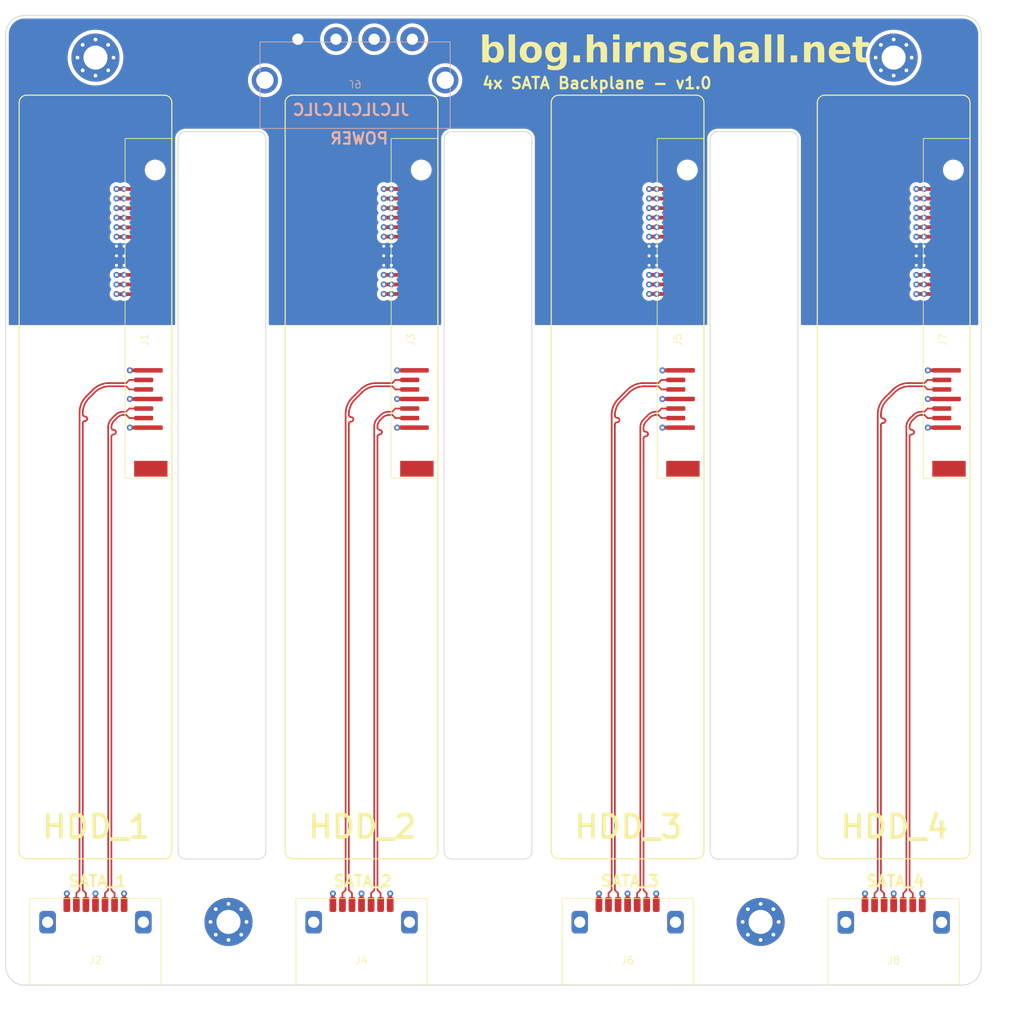
<source format=kicad_pcb>
(kicad_pcb (version 20221018) (generator pcbnew)
  (layers (0 "F.Cu" signal) (1 "In1.Cu" signal) (2 "In2.Cu" signal) (31 "B.Cu" signal) (34 "B.Paste" user) (35 "F.Paste" user) (36 "B.SilkS" user "B.Silkscreen") (37 "F.SilkS" user "F.Silkscreen") (38 "B.Mask" user) (39 "F.Mask" user) (44 "Edge.Cuts" user))
  (net 0 "")
  (net 1 "GND")
  (net 2 "5V")
  (net 3 "12V")
  (net 4 "/2A+")
  (net 5 "/2A-")
  (net 6 "/2B-")
  (net 7 "/2B+")
  (net 8 "/A+")
  (net 9 "/A-")
  (net 10 "/B-")
  (net 11 "/B+")
  (net 12 "/3A+")
  (net 13 "/3A-")
  (net 14 "/3B-")
  (net 15 "/3B+")
  (net 16 "/4A+")
  (net 17 "/4A-")
  (net 18 "/4B-")
  (net 19 "/4B+")
  (net 22 "unconnected-(J1-P3-Pad10)")
  (net 32 "/GND1")
  (net 33 "/GND2")
  (net 34 "/GND3")
  (net 35 "/GND4")
  (footprint "shirnschall:SATA BACKPLANE RECPT VERTICAL SMT" (layer "F.Cu") (at 150.583 61.122 90)
    (fp_text reference "J7")
    (fp_text value "~" hide)
  )
  (footprint "shirnschall:sata-data-connector" (layer "F.Cu") (at 108.138 144.038 180)
    (fp_text reference "J6")
    (fp_text value "~" hide)
  )
  (footprint "shirnschall:SATA BACKPLANE RECPT VERTICAL SMT" (layer "F.Cu") (at 44.383 61.122 90)
    (fp_text reference "J1")
    (fp_text value "~" hide)
  )
  (footprint "shirnschall:sata-data-connector" (layer "F.Cu") (at 72.738 144.038 180)
    (fp_text reference "J4")
    (fp_text value "~" hide)
  )
  (footprint "shirnschall:SATA BACKPLANE RECPT VERTICAL SMT" (layer "F.Cu") (at 115.183 61.122 90)
    (fp_text reference "J5")
    (fp_text value "~" hide)
  )
  (footprint "MountingHole:MountingHole_3.2mm_M3_Pad_Via" (layer "F.Cu") (at 143.538 29)
    (fp_text reference "REF**" hide)
    (fp_text value "MountingHole_3.2mm_M3_Pad_Via" hide)
  )
  (footprint "shirnschall:sata-data-connector" (layer "F.Cu") (at 143.538 144.058 180)
    (fp_text reference "J8")
    (fp_text value "~" hide)
  )
  (footprint "MountingHole:MountingHole_3.2mm_M3_Pad_Via" (layer "F.Cu") (at 125.838 144)
    (fp_text reference "REF**" hide)
    (fp_text value "MountingHole_3.2mm_M3_Pad_Via" hide)
  )
  (footprint "shirnschall:sata-data-connector" (layer "F.Cu") (at 37.338 144.038 180)
    (fp_text reference "J2")
    (fp_text value "~" hide)
  )
  (footprint "shirnschall:SATA BACKPLANE RECPT VERTICAL SMT" (layer "F.Cu") (at 79.783 61.122 90)
    (fp_text reference "J3")
    (fp_text value "~" hide)
  )
  (footprint "MountingHole:MountingHole_3.2mm_M3_Pad_Via" (layer "F.Cu") (at 55.038 144)
    (fp_text reference "REF**" hide)
    (fp_text value "MountingHole_3.2mm_M3_Pad_Via" hide)
  )
  (footprint "MountingHole:MountingHole_3.2mm_M3_Pad_Via" (layer "F.Cu") (at 37.338 29)
    (fp_text reference "REF**" hide)
    (fp_text value "MountingHole_3.2mm_M3_Pad_Via" hide)
  )
  (footprint "shirnschall:4-pin-molex-hdd" (layer "B.Cu") (at 71.882 32.004)
    (fp_text reference "J9")
    (fp_text value "~")
  )
  (gr_line (start 47.498 35) (end 47.498 134.6) (stroke (width 0.15)) (layer "F.SilkS"))
  (gr_arc (start 98.978 135.6) (mid 98.270893 135.307107) (end 97.978 134.6) (stroke (width 0.15)) (layer "F.SilkS"))
  (gr_line (start 46.498 135.6) (end 28.178 135.6) (stroke (width 0.15)) (layer "F.SilkS"))
  (gr_arc (start 63.578 135.6) (mid 62.870893 135.307107) (end 62.578 134.6) (stroke (width 0.15)) (layer "F.SilkS"))
  (gr_line (start 152.698 135.6) (end 134.378 135.6) (stroke (width 0.15)) (layer "F.SilkS"))
  (gr_line (start 63.578 34) (end 81.898 34) (stroke (width 0.15)) (layer "F.SilkS"))
  (gr_line (start 82.898 35) (end 82.898 134.6) (stroke (width 0.15)) (layer "F.SilkS"))
  (gr_line (start 81.898 135.6) (end 63.578 135.6) (stroke (width 0.15)) (layer "F.SilkS"))
  (gr_arc (start 117.298 34) (mid 118.005107 34.292893) (end 118.298 35) (stroke (width 0.15)) (layer "F.SilkS"))
  (gr_arc (start 81.898 34) (mid 82.605107 34.292893) (end 82.898 35) (stroke (width 0.15)) (layer "F.SilkS"))
  (gr_line (start 97.978 134.6) (end 97.978 35) (stroke (width 0.15)) (layer "F.SilkS"))
  (gr_line (start 28.178 34) (end 46.498 34) (stroke (width 0.15)) (layer "F.SilkS"))
  (gr_line (start 134.378 34) (end 152.698 34) (stroke (width 0.15)) (layer "F.SilkS"))
  (gr_arc (start 62.578 35) (mid 62.870893 34.292893) (end 63.578 34) (stroke (width 0.15)) (layer "F.SilkS"))
  (gr_arc (start 153.698 134.6) (mid 153.405107 135.307107) (end 152.698 135.6) (stroke (width 0.15)) (layer "F.SilkS"))
  (gr_arc (start 134.378 135.6) (mid 133.670893 135.307107) (end 133.378 134.6) (stroke (width 0.15)) (layer "F.SilkS"))
  (gr_arc (start 152.698 34) (mid 153.405107 34.292893) (end 153.698 35) (stroke (width 0.15)) (layer "F.SilkS"))
  (gr_line (start 118.298 35) (end 118.298 134.6) (stroke (width 0.15)) (layer "F.SilkS"))
  (gr_arc (start 47.498 134.6) (mid 47.205107 135.307107) (end 46.498 135.6) (stroke (width 0.15)) (layer "F.SilkS"))
  (gr_line (start 27.178 134.6) (end 27.178 35) (stroke (width 0.15)) (layer "F.SilkS"))
  (gr_arc (start 28.178 135.6) (mid 27.470893 135.307107) (end 27.178 134.6) (stroke (width 0.15)) (layer "F.SilkS"))
  (gr_arc (start 46.498 34) (mid 47.205107 34.292893) (end 47.498 35) (stroke (width 0.15)) (layer "F.SilkS"))
  (gr_line (start 62.578 134.6) (end 62.578 35) (stroke (width 0.15)) (layer "F.SilkS"))
  (gr_line (start 153.698 35) (end 153.698 134.6) (stroke (width 0.15)) (layer "F.SilkS"))
  (gr_line (start 133.378 134.6) (end 133.378 35) (stroke (width 0.15)) (layer "F.SilkS"))
  (gr_arc (start 97.978 35) (mid 98.270893 34.292893) (end 98.978 34) (stroke (width 0.15)) (layer "F.SilkS"))
  (gr_arc (start 27.178 35) (mid 27.470893 34.292893) (end 28.178 34) (stroke (width 0.15)) (layer "F.SilkS"))
  (gr_arc (start 133.378 35) (mid 133.670893 34.292893) (end 134.378 34) (stroke (width 0.15)) (layer "F.SilkS"))
  (gr_arc (start 82.898 134.6) (mid 82.605107 135.307107) (end 81.898 135.6) (stroke (width 0.15)) (layer "F.SilkS"))
  (gr_line (start 117.298 135.6) (end 98.978 135.6) (stroke (width 0.15)) (layer "F.SilkS"))
  (gr_arc (start 118.298 134.6) (mid 118.005107 135.307107) (end 117.298 135.6) (stroke (width 0.15)) (layer "F.SilkS"))
  (gr_line (start 98.978 34) (end 117.298 34) (stroke (width 0.15)) (layer "F.SilkS"))
  (gr_arc (start 94.4 38.862) (mid 95.107107 39.154893) (end 95.4 39.862) (stroke (width 0.1)) (layer "Edge.Cuts"))
  (gr_line (start 48.334 134.636) (end 48.334 39.862) (stroke (width 0.1)) (layer "Edge.Cuts"))
  (gr_line (start 95.4 39.862) (end 95.4 134.636) (stroke (width 0.1)) (layer "Edge.Cuts"))
  (gr_line (start 60 39.862) (end 60 134.636) (stroke (width 0.1)) (layer "Edge.Cuts"))
  (gr_arc (start 25.4 25.9) (mid 26.132233 24.132234) (end 27.9 23.4) (stroke (width 0.1)) (layer "Edge.Cuts"))
  (gr_arc (start 48.334 39.862) (mid 48.626893 39.154894) (end 49.334 38.862) (stroke (width 0.1)) (layer "Edge.Cuts"))
  (gr_line (start 83.734 134.636) (end 83.734 39.862) (stroke (width 0.1)) (layer "Edge.Cuts"))
  (gr_arc (start 59 38.862) (mid 59.707107 39.154893) (end 60 39.862) (stroke (width 0.1)) (layer "Edge.Cuts"))
  (gr_arc (start 60 134.636) (mid 59.707107 135.343107) (end 59 135.636) (stroke (width 0.1)) (layer "Edge.Cuts"))
  (gr_line (start 59 135.636) (end 49.334 135.636) (stroke (width 0.1)) (layer "Edge.Cuts"))
  (gr_arc (start 49.334 135.636) (mid 48.626893 135.343107) (end 48.334 134.636) (stroke (width 0.1)) (layer "Edge.Cuts"))
  (gr_line (start 94.4 135.636) (end 84.734 135.636) (stroke (width 0.1)) (layer "Edge.Cuts"))
  (gr_line (start 49.334 38.862) (end 59 38.862) (stroke (width 0.1)) (layer "Edge.Cuts"))
  (gr_arc (start 130.8 134.636) (mid 130.507107 135.343107) (end 129.8 135.636) (stroke (width 0.1)) (layer "Edge.Cuts"))
  (gr_arc (start 95.4 134.636) (mid 95.107107 135.343107) (end 94.4 135.636) (stroke (width 0.1)) (layer "Edge.Cuts"))
  (gr_line (start 120.134 38.862) (end 129.8 38.862) (stroke (width 0.1)) (layer "Edge.Cuts"))
  (gr_arc (start 120.134 135.636) (mid 119.426893 135.343107) (end 119.134 134.636) (stroke (width 0.1)) (layer "Edge.Cuts"))
  (gr_line (start 25.4 149.9) (end 25.4 25.9) (stroke (width 0.1)) (layer "Edge.Cuts"))
  (gr_line (start 27.9 23.4) (end 152.694 23.4) (stroke (width 0.1)) (layer "Edge.Cuts"))
  (gr_line (start 119.134 134.636) (end 119.134 39.862) (stroke (width 0.1)) (layer "Edge.Cuts"))
  (gr_arc (start 155.194 149.9) (mid 154.461767 151.667767) (end 152.694 152.4) (stroke (width 0.1)) (layer "Edge.Cuts"))
  (gr_line (start 155.194 25.9) (end 155.194 149.9) (stroke (width 0.1)) (layer "Edge.Cuts"))
  (gr_line (start 130.8 39.862) (end 130.8 134.636) (stroke (width 0.1)) (layer "Edge.Cuts"))
  (gr_arc (start 84.734 135.636) (mid 84.026893 135.343107) (end 83.734 134.636) (stroke (width 0.1)) (layer "Edge.Cuts"))
  (gr_line (start 84.734 38.862) (end 94.4 38.862) (stroke (width 0.1)) (layer "Edge.Cuts"))
  (gr_arc (start 83.734 39.862) (mid 84.026893 39.154893) (end 84.734 38.862) (stroke (width 0.1)) (layer "Edge.Cuts"))
  (gr_arc (start 27.9 152.4) (mid 26.132233 151.667767) (end 25.4 149.9) (stroke (width 0.1)) (layer "Edge.Cuts"))
  (gr_line (start 152.694 152.4) (end 27.9 152.4) (stroke (width 0.1)) (layer "Edge.Cuts"))
  (gr_arc (start 152.694 23.4) (mid 154.461766 24.132233) (end 155.194 25.9) (stroke (width 0.1)) (layer "Edge.Cuts"))
  (gr_arc (start 129.8 38.862) (mid 130.507107 39.154893) (end 130.8 39.862) (stroke (width 0.1)) (layer "Edge.Cuts"))
  (gr_line (start 129.8 135.636) (end 120.134 135.636) (stroke (width 0.1)) (layer "Edge.Cuts"))
  (gr_arc (start 119.134 39.862) (mid 119.426893 39.154893) (end 120.134 38.862) (stroke (width 0.1)) (layer "Edge.Cuts"))
  (gr_text "POWER" (at 76.454 40.64) (layer "B.SilkS") (effects (font (size 1.5 1.5) (thickness 0.3) bold) (justify left bottom mirror)))
  (gr_text "JLCJLCJLCJLC\n" (at 79.248 36.83) (layer "B.SilkS") (effects (font (size 1.5 1.5) (thickness 0.3) bold) (justify left bottom mirror)))
  (gr_text "HDD_2\n" (at 65.372 133.096) (layer "F.SilkS") (effects (font (size 3 3) (thickness 0.5) bold) (justify left bottom)))
  (gr_text "SATA_3" (at 104.394 139.446) (layer "F.SilkS") (effects (font (size 1.5 1.5) (thickness 0.3) bold) (justify left bottom)))
  (gr_text "HDD_1" (at 29.972 133.096) (layer "F.SilkS") (effects (font (size 3 3) (thickness 0.5) bold) (justify left bottom)))
  (gr_text "HDD_4" (at 136.172 133.096) (layer "F.SilkS") (effects (font (size 3 3) (thickness 0.5) bold) (justify left bottom)))
  (gr_text "SATA_2" (at 68.834 139.446) (layer "F.SilkS") (effects (font (size 1.5 1.5) (thickness 0.3) bold) (justify left bottom)))
  (gr_text "4x SATA Backplane - v1.0" (at 88.646 33.274) (layer "F.SilkS") (effects (font (size 1.5 1.5) (thickness 0.3) bold) (justify left bottom)))
  (gr_text "SATA_1" (at 33.528 139.446) (layer "F.SilkS") (effects (font (size 1.5 1.5) (thickness 0.3) bold) (justify left bottom)))
  (gr_text "HDD_3\n" (at 100.772 133.096) (layer "F.SilkS") (effects (font (size 3 3) (thickness 0.5) bold) (justify left bottom)))
  (gr_text "blog.hirnschall.net" (at 88.392 30.226) (layer "F.SilkS") (effects (font (size 3.5 3.5) (thickness 0.3) bold) (justify left bottom)))
  (gr_text "SATA_4" (at 139.7 139.446) (layer "F.SilkS") (effects (font (size 1.5 1.5) (thickness 0.3) bold) (justify left bottom)))
  (segment (start 76.708 50.292) (end 75.692 50.292) (width 0.5) (layer "F.Cu") (net 1))
  (segment (start 115.183 60.452) (end 112.014 60.452) (width 0.5) (layer "F.Cu") (net 1))
  (segment (start 76.708 57.912) (end 75.692 57.912) (width 0.5) (layer "F.Cu") (net 1))
  (segment (start 76.708 52.832) (end 75.692 52.832) (width 0.5) (layer "F.Cu") (net 1))
  (segment (start 112.014 60.452) (end 110.998 60.452) (width 0.5) (layer "F.Cu") (net 1))
  (segment (start 41.148 52.858) (end 44.357 52.858) (width 0.5) (layer "F.Cu") (net 1))
  (segment (start 147.574 60.452) (end 146.558 60.452) (width 0.5) (layer "F.Cu") (net 1))
  (segment (start 44.357 51.588) (end 44.383 51.562) (width 0.5) (layer "F.Cu") (net 1))
  (segment (start 41.148 57.912) (end 44.383 57.912) (width 0.5) (layer "F.Cu") (net 1))
  (segment (start 147.574 57.912) (end 146.558 57.912) (width 0.5) (layer "F.Cu") (net 1))
  (segment (start 115.183 57.912) (end 112.014 57.912) (width 0.5) (layer "F.Cu") (net 1))
  (segment (start 115.183 59.182) (end 112.014 59.182) (width 0.5) (layer "F.Cu") (net 1))
  (segment (start 41.148 59.182) (end 40.132 59.182) (width 0.5) (layer "F.Cu") (net 1))
  (segment (start 76.708 60.452) (end 75.692 60.452) (width 0.5) (layer "F.Cu") (net 1))
  (segment (start 40.158 50.318) (end 40.132 50.292) (width 0.5) (layer "F.Cu") (net 1))
  (segment (start 41.148 60.478) (end 44.357 60.478) (width 0.5) (layer "F.Cu") (net 1))
  (segment (start 44.357 52.858) (end 44.383 52.832) (width 0.5) (layer "F.Cu") (net 1))
  (segment (start 79.783 52.832) (end 76.708 52.832) (width 0.5) (layer "F.Cu") (net 1))
  (segment (start 79.783 60.452) (end 76.708 60.452) (width 0.5) (layer "F.Cu") (net 1))
  (segment (start 150.583 52.832) (end 147.574 52.832) (width 0.5) (layer "F.Cu") (net 1))
  (segment (start 150.583 59.182) (end 147.574 59.182) (width 0.5) (layer "F.Cu") (net 1))
  (segment (start 44.357 50.318) (end 44.383 50.292) (width 0.5) (layer "F.Cu") (net 1))
  (segment (start 41.148 50.318) (end 40.158 50.318) (width 0.5) (layer "F.Cu") (net 1))
  (segment (start 79.783 50.292) (end 76.708 50.292) (width 0.5) (layer "F.Cu") (net 1))
  (segment (start 41.148 60.478) (end 40.158 60.478) (width 0.5) (layer "F.Cu") (net 1))
  (segment (start 147.574 50.292) (end 146.558 50.292) (width 0.5) (layer "F.Cu") (net 1))
  (segment (start 76.708 59.182) (end 75.692 59.182) (width 0.5) (layer "F.Cu") (net 1))
  (segment (start 40.158 51.588) (end 40.132 51.562) (width 0.5) (layer "F.Cu") (net 1))
  (segment (start 79.783 59.182) (end 76.708 59.182) (width 0.5) (layer "F.Cu") (net 1))
  (segment (start 40.158 60.478) (end 40.132 60.452) (width 0.5) (layer "F.Cu") (net 1))
  (segment (start 112.014 57.912) (end 110.998 57.912) (width 0.5) (layer "F.Cu") (net 1))
  (segment (start 115.183 52.832) (end 112.014 52.832) (width 0.5) (layer "F.Cu") (net 1))
  (segment (start 41.148 51.588) (end 44.357 51.588) (width 0.5) (layer "F.Cu") (net 1))
  (segment (start 150.583 60.452) (end 147.574 60.452) (width 0.5) (layer "F.Cu") (net 1))
  (segment (start 115.183 51.562) (end 112.014 51.562) (width 0.5) (layer "F.Cu") (net 1))
  (segment (start 41.148 57.912) (end 40.132 57.912) (width 0.5) (layer "F.Cu") (net 1))
  (segment (start 40.158 52.858) (end 40.132 52.832) (width 0.5) (layer "F.Cu") (net 1))
  (segment (start 150.583 57.912) (end 147.574 57.912) (width 0.5) (layer "F.Cu") (net 1))
  (segment (start 115.183 50.292) (end 112.014 50.292) (width 0.5) (layer "F.Cu") (net 1))
  (segment (start 41.148 52.858) (end 40.158 52.858) (width 0.5) (layer "F.Cu") (net 1))
  (segment (start 112.014 51.562) (end 110.998 51.562) (width 0.5) (layer "F.Cu") (net 1))
  (segment (start 41.148 50.318) (end 44.357 50.318) (width 0.5) (layer "F.Cu") (net 1))
  (segment (start 147.574 59.182) (end 146.558 59.182) (width 0.5) (layer "F.Cu") (net 1))
  (segment (start 112.014 52.832) (end 110.998 52.832) (width 0.5) (layer "F.Cu") (net 1))
  (segment (start 44.357 60.478) (end 44.383 60.452) (width 0.5) (layer "F.Cu") (net 1))
  (segment (start 79.783 51.562) (end 76.708 51.562) (width 0.5) (layer "F.Cu") (net 1))
  (segment (start 150.583 51.562) (end 147.574 51.562) (width 0.5) (layer "F.Cu") (net 1))
  (segment (start 147.574 52.832) (end 146.558 52.832) (width 0.5) (layer "F.Cu") (net 1))
  (segment (start 76.708 51.562) (end 75.692 51.562) (width 0.5) (layer "F.Cu") (net 1))
  (segment (start 112.014 59.182) (end 110.998 59.182) (width 0.5) (layer "F.Cu") (net 1))
  (segment (start 147.574 51.562) (end 146.558 51.562) (width 0.5) (layer "F.Cu") (net 1))
  (segment (start 41.148 51.588) (end 40.158 51.588) (width 0.5) (layer "F.Cu") (net 1))
  (segment (start 112.014 50.292) (end 110.998 50.292) (width 0.5) (layer "F.Cu") (net 1))
  (segment (start 150.583 50.292) (end 147.574 50.292) (width 0.5) (layer "F.Cu") (net 1))
  (segment (start 79.783 57.912) (end 76.708 57.912) (width 0.5) (layer "F.Cu") (net 1))
  (segment (start 41.148 59.182) (end 44.383 59.182) (width 0.5) (layer "F.Cu") (net 1))
  (via (at 40.132 52.832) (size 0.8) (drill 0.4) (layers "F.Cu" "B.Cu") (net 1))
  (via (at 110.998 60.452) (size 0.8) (drill 0.4) (layers "F.Cu" "B.Cu") (net 1))
  (via (at 76.708 50.292) (size 0.8) (drill 0.4) (layers "F.Cu" "B.Cu") (net 1))
  (via (at 75.692 50.292) (size 0.8) (drill 0.4) (layers "F.Cu" "B.Cu") (net 1))
  (via (at 147.574 57.912) (size 0.8) (drill 0.4) (layers "F.Cu" "B.Cu") (net 1))
  (via (at 112.014 51.562) (size 0.8) (drill 0.4) (layers "F.Cu" "B.Cu") (net 1))
  (via (at 112.014 50.292) (size 0.8) (drill 0.4) (layers "F.Cu" "B.Cu") (net 1))
  (via (at 146.558 51.562) (size 0.8) (drill 0.4) (layers "F.Cu" "B.Cu") (net 1))
  (via (at 40.132 59.182) (size 0.8) (drill 0.4) (layers "F.Cu" "B.Cu") (net 1))
  (via (at 110.998 57.912) (size 0.8) (drill 0.4) (layers "F.Cu" "B.Cu") (net 1))
  (via (at 110.998 59.182) (size 0.8) (drill 0.4) (layers "F.Cu" "B.Cu") (net 1))
  (via (at 76.708 59.182) (size 0.8) (drill 0.4) (layers "F.Cu" "B.Cu") (net 1))
  (via (at 76.708 57.912) (size 0.8) (drill 0.4) (layers "F.Cu" "B.Cu") (net 1))
  (via (at 40.132 57.912) (size 0.8) (drill 0.4) (layers "F.Cu" "B.Cu") (net 1))
  (via (at 146.558 50.292) (size 0.8) (drill 0.4) (layers "F.Cu" "B.Cu") (net 1))
  (via (at 112.014 60.452) (size 0.8) (drill 0.4) (layers "F.Cu" "B.Cu") (net 1))
  (via (at 76.708 60.452) (size 0.8) (drill 0.4) (layers "F.Cu" "B.Cu") (net 1))
  (via (at 75.692 57.912) (size 0.8) (drill 0.4) (layers "F.Cu" "B.Cu") (net 1))
  (via (at 110.998 52.832) (size 0.8) (drill 0.4) (layers "F.Cu" "B.Cu") (net 1))
  (via (at 112.014 57.912) (size 0.8) (drill 0.4) (layers "F.Cu" "B.Cu") (net 1))
  (via (at 147.574 50.292) (size 0.8) (drill 0.4) (layers "F.Cu" "B.Cu") (net 1))
  (via (at 146.558 52.832) (size 0.8) (drill 0.4) (layers "F.Cu" "B.Cu") (net 1))
  (via (at 40.132 60.452) (size 0.8) (drill 0.4) (layers "F.Cu" "B.Cu") (net 1))
  (via (at 41.148 59.182) (size 0.8) (drill 0.4) (layers "F.Cu" "B.Cu") (net 1))
  (via (at 41.148 50.318) (size 0.8) (drill 0.4) (layers "F.Cu" "B.Cu") (net 1))
  (via (at 112.014 59.182) (size 0.8) (drill 0.4) (layers "F.Cu" "B.Cu") (net 1))
  (via (at 147.574 59.182) (size 0.8) (drill 0.4) (layers "F.Cu" "B.Cu") (net 1))
  (via (at 146.558 59.182) (size 0.8) (drill 0.4) (layers "F.Cu" "B.Cu") (net 1))
  (via (at 76.708 52.832) (size 0.8) (drill 0.4) (layers "F.Cu" "B.Cu") (net 1))
  (via (at 146.558 60.452) (size 0.8) (drill 0.4) (layers "F.Cu" "B.Cu") (net 1))
  (via (at 147.574 52.832) (size 0.8) (drill 0.4) (layers "F.Cu" "B.Cu") (net 1))
  (via (at 41.148 51.588) (size 0.8) (drill 0.4) (layers "F.Cu" "B.Cu") (net 1))
  (via (at 41.148 57.912) (size 0.8) (drill 0.4) (layers "F.Cu" "B.Cu") (net 1))
  (via (at 75.692 60.452) (size 0.8) (drill 0.4) (layers "F.Cu" "B.Cu") (net 1))
  (via (at 146.558 57.912) (size 0.8) (drill 0.4) (layers "F.Cu" "B.Cu") (net 1))
  (via (at 147.574 60.452) (size 0.8) (drill 0.4) (layers "F.Cu" "B.Cu") (net 1))
  (via (at 75.692 52.832) (size 0.8) (drill 0.4) (layers "F.Cu" "B.Cu") (net 1))
  (via (at 147.574 51.562) (size 0.8) (drill 0.4) (layers "F.Cu" "B.Cu") (net 1))
  (via (at 75.692 59.182) (size 0.8) (drill 0.4) (layers "F.Cu" "B.Cu") (net 1))
  (via (at 75.692 51.562) (size 0.8) (drill 0.4) (layers "F.Cu" "B.Cu") (net 1))
  (via (at 110.998 51.562) (size 0.8) (drill 0.4) (layers "F.Cu" "B.Cu") (net 1))
  (via (at 40.132 50.292) (size 0.8) (drill 0.4) (layers "F.Cu" "B.Cu") (net 1))
  (via (at 110.998 50.292) (size 0.8) (drill 0.4) (layers "F.Cu" "B.Cu") (net 1))
  (via (at 41.148 52.858) (size 0.8) (drill 0.4) (layers "F.Cu" "B.Cu") (net 1))
  (via (at 41.148 60.478) (size 0.8) (drill 0.4) (layers "F.Cu" "B.Cu") (net 1))
  (via (at 112.014 52.832) (size 0.8) (drill 0.4) (layers "F.Cu" "B.Cu") (net 1))
  (via (at 40.132 51.562) (size 0.8) (drill 0.4) (layers "F.Cu" "B.Cu") (net 1))
  (via (at 76.708 51.562) (size 0.8) (drill 0.4) (layers "F.Cu" "B.Cu") (net 1))
  (segment (start 115.183 54.102) (end 112.014 54.102) (width 0.5) (layer "F.Cu") (net 2))
  (segment (start 41.148 55.398) (end 44.357 55.398) (width 0.5) (layer "F.Cu") (net 2))
  (segment (start 41.148 55.398) (end 40.158 55.398) (width 0.5) (layer "F.Cu") (net 2))
  (segment (start 150.583 56.642) (end 147.574 56.642) (width 0.5) (layer "F.Cu") (net 2))
  (segment (start 112.014 54.102) (end 110.998 54.102) (width 0.5) (layer "F.Cu") (net 2))
  (segment (start 41.148 56.642) (end 44.383 56.642) (width 0.5) (layer "F.Cu") (net 2))
  (segment (start 147.574 56.642) (end 146.558 56.642) (width 0.5) (layer "F.Cu") (net 2))
  (segment (start 112.014 56.642) (end 110.998 56.642) (width 0.5) (layer "F.Cu") (net 2))
  (segment (start 115.183 56.642) (end 112.014 56.642) (width 0.5) (layer "F.Cu") (net 2))
  (segment (start 150.583 54.102) (end 147.574 54.102) (width 0.5) (layer "F.Cu") (net 2))
  (segment (start 76.708 54.102) (end 75.692 54.102) (width 0.5) (layer "F.Cu") (net 2))
  (segment (start 150.583 55.372) (end 147.574 55.372) (width 0.5) (layer "F.Cu") (net 2))
  (segment (start 40.158 55.398) (end 40.132 55.372) (width 0.5) (layer "F.Cu") (net 2))
  (segment (start 41.148 54.102) (end 44.383 54.102) (width 0.5) (layer "F.Cu") (net 2))
  (segment (start 147.574 54.102) (end 146.558 54.102) (width 0.5) (layer "F.Cu") (net 2))
  (segment (start 147.574 55.372) (end 146.558 55.372) (width 0.5) (layer "F.Cu") (net 2))
  (segment (start 76.708 55.372) (end 75.692 55.372) (width 0.5) (layer "F.Cu") (net 2))
  (segment (start 79.783 54.102) (end 76.708 54.102) (width 0.5) (layer "F.Cu") (net 2))
  (segment (start 41.148 54.102) (end 40.132 54.102) (width 0.5) (layer "F.Cu") (net 2))
  (segment (start 41.148 56.642) (end 40.132 56.642) (width 0.5) (layer "F.Cu") (net 2))
  (segment (start 115.183 55.372) (end 112.014 55.372) (width 0.5) (layer "F.Cu") (net 2))
  (segment (start 76.708 56.642) (end 75.692 56.642) (width 0.5) (layer "F.Cu") (net 2))
  (segment (start 79.783 56.642) (end 76.708 56.642) (width 0.5) (layer "F.Cu") (net 2))
  (segment (start 44.357 55.398) (end 44.383 55.372) (width 0.5) (layer "F.Cu") (net 2))
  (segment (start 79.783 55.372) (end 76.708 55.372) (width 0.5) (layer "F.Cu") (net 2))
  (segment (start 112.014 55.372) (end 110.998 55.372) (width 0.5) (layer "F.Cu") (net 2))
  (via (at 146.558 56.642) (size 0.8) (drill 0.4) (layers "F.Cu" "B.Cu") (net 2))
  (via (at 110.998 55.372) (size 0.8) (drill 0.4) (layers "F.Cu" "B.Cu") (net 2))
  (via (at 110.998 56.642) (size 0.8) (drill 0.4) (layers "F.Cu" "B.Cu") (net 2))
  (via (at 75.692 54.102) (size 0.8) (drill 0.4) (layers "F.Cu" "B.Cu") (net 2))
  (via (at 41.148 56.642) (size 0.8) (drill 0.4) (layers "F.Cu" "B.Cu") (net 2))
  (via (at 112.014 55.372) (size 0.8) (drill 0.4) (layers "F.Cu" "B.Cu") (net 2))
  (via (at 147.574 56.642) (size 0.8) (drill 0.4) (layers "F.Cu" "B.Cu") (net 2))
  (via (at 76.708 56.642) (size 0.8) (drill 0.4) (layers "F.Cu" "B.Cu") (net 2))
  (via (at 40.132 56.642) (size 0.8) (drill 0.4) (layers "F.Cu" "B.Cu") (net 2))
  (via (at 41.148 54.102) (size 0.8) (drill 0.4) (layers "F.Cu" "B.Cu") (net 2))
  (via (at 147.574 55.372) (size 0.8) (drill 0.4) (layers "F.Cu" "B.Cu") (net 2))
  (via (at 40.132 55.372) (size 0.8) (drill 0.4) (layers "F.Cu" "B.Cu") (net 2))
  (via (at 112.014 56.642) (size 0.8) (drill 0.4) (layers "F.Cu" "B.Cu") (net 2))
  (via (at 76.708 54.102) (size 0.8) (drill 0.4) (layers "F.Cu" "B.Cu") (net 2))
  (via (at 40.132 54.102) (size 0.8) (drill 0.4) (layers "F.Cu" "B.Cu") (net 2))
  (via (at 75.692 56.642) (size 0.8) (drill 0.4) (layers "F.Cu" "B.Cu") (net 2))
  (via (at 146.558 55.372) (size 0.8) (drill 0.4) (layers "F.Cu" "B.Cu") (net 2))
  (via (at 76.708 55.372) (size 0.8) (drill 0.4) (layers "F.Cu" "B.Cu") (net 2))
  (via (at 75.692 55.372) (size 0.8) (drill 0.4) (layers "F.Cu" "B.Cu") (net 2))
  (via (at 146.558 54.102) (size 0.8) (drill 0.4) (layers "F.Cu" "B.Cu") (net 2))
  (via (at 112.014 54.102) (size 0.8) (drill 0.4) (layers "F.Cu" "B.Cu") (net 2))
  (via (at 41.148 55.398) (size 0.8) (drill 0.4) (layers "F.Cu" "B.Cu") (net 2))
  (via (at 147.574 54.102) (size 0.8) (drill 0.4) (layers "F.Cu" "B.Cu") (net 2))
  (via (at 110.998 54.102) (size 0.8) (drill 0.4) (layers "F.Cu" "B.Cu") (net 2))
  (segment (start 147.574 47.752) (end 146.558 47.752) (width 0.5) (layer "F.Cu") (net 3))
  (segment (start 79.783 46.482) (end 76.708 46.482) (width 0.5) (layer "F.Cu") (net 3))
  (segment (start 147.574 49.022) (end 146.558 49.022) (width 0.5) (layer "F.Cu") (net 3))
  (segment (start 41.148 47.752) (end 44.383 47.752) (width 0.5) (layer "F.Cu") (net 3))
  (segment (start 115.183 47.752) (end 112.014 47.752) (width 0.5) (layer "F.Cu") (net 3))
  (segment (start 41.148 49.048) (end 44.357 49.048) (width 0.5) (layer "F.Cu") (net 3))
  (segment (start 76.708 47.752) (end 75.692 47.752) (width 0.5) (layer "F.Cu") (net 3))
  (segment (start 76.708 46.482) (end 75.692 46.482) (width 0.5) (layer "F.Cu") (net 3))
  (segment (start 41.148 47.752) (end 40.132 47.752) (width 0.5) (layer "F.Cu") (net 3))
  (segment (start 44.357 49.048) (end 44.383 49.022) (width 0.5) (layer "F.Cu") (net 3))
  (segment (start 40.158 49.048) (end 40.132 49.022) (width 0.5) (layer "F.Cu") (net 3))
  (segment (start 150.583 47.752) (end 147.574 47.752) (width 0.5) (layer "F.Cu") (net 3))
  (segment (start 147.574 46.482) (end 146.558 46.482) (width 0.5) (layer "F.Cu") (net 3))
  (segment (start 79.783 49.022) (end 76.708 49.022) (width 0.5) (layer "F.Cu") (net 3))
  (segment (start 115.183 49.022) (end 112.014 49.022) (width 0.5) (layer "F.Cu") (net 3))
  (segment (start 150.583 46.482) (end 147.574 46.482) (width 0.5) (layer "F.Cu") (net 3))
  (segment (start 112.014 46.482) (end 110.998 46.482) (width 0.5) (layer "F.Cu") (net 3))
  (segment (start 76.708 49.022) (end 75.692 49.022) (width 0.5) (layer "F.Cu") (net 3))
  (segment (start 41.148 46.482) (end 44.383 46.482) (width 0.5) (layer "F.Cu") (net 3))
  (segment (start 115.183 46.482) (end 112.014 46.482) (width 0.5) (layer "F.Cu") (net 3))
  (segment (start 79.783 47.752) (end 76.708 47.752) (width 0.5) (layer "F.Cu") (net 3))
  (segment (start 112.014 47.752) (end 110.998 47.752) (width 0.5) (layer "F.Cu") (net 3))
  (segment (start 112.014 49.022) (end 110.998 49.022) (width 0.5) (layer "F.Cu") (net 3))
  (segment (start 41.148 49.048) (end 40.158 49.048) (width 0.5) (layer "F.Cu") (net 3))
  (segment (start 150.583 49.022) (end 147.574 49.022) (width 0.5) (layer "F.Cu") (net 3))
  (segment (start 41.148 46.482) (end 40.132 46.482) (width 0.5) (layer "F.Cu") (net 3))
  (via (at 147.574 46.482) (size 0.8) (drill 0.4) (layers "F.Cu" "B.Cu") (net 3))
  (via (at 41.148 47.752) (size 0.8) (drill 0.4) (layers "F.Cu" "B.Cu") (net 3))
  (via (at 75.692 49.022) (size 0.8) (drill 0.4) (layers "F.Cu" "B.Cu") (net 3))
  (via (at 147.574 49.022) (size 0.8) (drill 0.4) (layers "F.Cu" "B.Cu") (net 3))
  (via (at 112.014 47.752) (size 0.8) (drill 0.4) (layers "F.Cu" "B.Cu") (net 3))
  (via (at 110.998 49.022) (size 0.8) (drill 0.4) (layers "F.Cu" "B.Cu") (net 3))
  (via (at 40.132 47.752) (size 0.8) (drill 0.4) (layers "F.Cu" "B.Cu") (net 3))
  (via (at 147.574 47.752) (size 0.8) (drill 0.4) (layers "F.Cu" "B.Cu") (net 3))
  (via (at 110.998 46.482) (size 0.8) (drill 0.4) (layers "F.Cu" "B.Cu") (net 3))
  (via (at 110.998 47.752) (size 0.8) (drill 0.4) (layers "F.Cu" "B.Cu") (net 3))
  (via (at 75.692 46.482) (size 0.8) (drill 0.4) (layers "F.Cu" "B.Cu") (net 3))
  (via (at 41.148 49.048) (size 0.8) (drill 0.4) (layers "F.Cu" "B.Cu") (net 3))
  (via (at 76.708 46.482) (size 0.8) (drill 0.4) (layers "F.Cu" "B.Cu") (net 3))
  (via (at 76.708 49.022) (size 0.8) (drill 0.4) (layers "F.Cu" "B.Cu") (net 3))
  (via (at 75.692 47.752) (size 0.8) (drill 0.4) (layers "F.Cu" "B.Cu") (net 3))
  (via (at 146.558 49.022) (size 0.8) (drill 0.4) (layers "F.Cu" "B.Cu") (net 3))
  (via (at 112.014 49.022) (size 0.8) (drill 0.4) (layers "F.Cu" "B.Cu") (net 3))
  (via (at 112.014 46.482) (size 0.8) (drill 0.4) (layers "F.Cu" "B.Cu") (net 3))
  (via (at 40.132 46.482) (size 0.8) (drill 0.4) (layers "F.Cu" "B.Cu") (net 3))
  (via (at 76.708 47.752) (size 0.8) (drill 0.4) (layers "F.Cu" "B.Cu") (net 3))
  (via (at 146.558 46.482) (size 0.8) (drill 0.4) (layers "F.Cu" "B.Cu") (net 3))
  (via (at 146.558 47.752) (size 0.8) (drill 0.4) (layers "F.Cu" "B.Cu") (net 3))
  (via (at 41.148 46.482) (size 0.8) (drill 0.4) (layers "F.Cu" "B.Cu") (net 3))
  (via (at 40.132 49.022) (size 0.8) (drill 0.4) (layers "F.Cu" "B.Cu") (net 3))
  (segment (start 74.85485 79.431592) (end 74.85485 79.432) (width 0.2205) (layer "F.Cu") (net 4))
  (segment (start 75.278 140.177999) (end 75.278 141.678) (width 0.2205) (layer "F.Cu") (net 4))
  (segment (start 77.249249 76.962) (end 76.826099 76.53885) (width 0.2205) (layer "F.Cu") (net 4))
  (segment (start 74.85485 78.127904) (end 74.85485 78.232) (width 0.2205) (layer "F.Cu") (net 4))
  (segment (start 76.826099 76.53885) (end 76.443904 76.53885) (width 0.2205) (layer "F.Cu") (net 4))
  (segment (start 74.85485 139.754849) (end 75.278 140.177999) (width 0.2205) (layer "F.Cu") (net 4))
  (segment (start 79.1505 76.962) (end 77.249249 76.962) (width 0.2205) (layer "F.Cu") (net 4))
  (segment (start 74.85485 79.432) (end 74.85485 139.754849) (width 0.2205) (layer "F.Cu") (net 4))
  (segment (start 75.526928 76.918674) (end 75.234674 77.210928) (width 0.2205) (layer "F.Cu") (net 4))
  (segment (start 75.454442 78.831592) (end 75.454442 78.832) (width 0.2205) (layer "F.Cu") (net 4))
  (arc (start 75.154646 79.131796) (mid 74.942658 79.219604) (end 74.85485 79.431592) (width 0.2205) (layer "F.Cu") (net 4))
  (arc (start 76.443904 76.53885) (mid 75.94764 76.637563) (end 75.526928 76.918674) (width 0.2205) (layer "F.Cu") (net 4))
  (arc (start 74.85485 78.232) (mid 74.942658 78.443988) (end 75.154646 78.531796) (width 0.2205) (layer "F.Cu") (net 4))
  (arc (start 75.454442 78.832) (mid 75.366634 79.043988) (end 75.154646 79.131796) (width 0.2205) (layer "F.Cu") (net 4))
  (arc (start 75.234674 77.210928) (mid 74.953563 77.63164) (end 74.85485 78.127904) (width 0.2205) (layer "F.Cu") (net 4))
  (arc (start 75.154646 78.531796) (mid 75.366634 78.619604) (end 75.454442 78.831592) (width 0.2205) (layer "F.Cu") (net 4))
  (segment (start 76.826099 76.11515) (end 77.249249 75.692) (width 0.2205) (layer "F.Cu") (net 5))
  (segment (start 76.352568 76.11515) (end 76.826099 76.11515) (width 0.2205) (layer "F.Cu") (net 5))
  (segment (start 74.008 141.678) (end 74.008 140.177999) (width 0.2205) (layer "F.Cu") (net 5))
  (segment (start 74.43115 139.754849) (end 74.43115 78.036568) (width 0.2205) (layer "F.Cu") (net 5))
  (segment (start 74.87049 76.975908) (end 75.291908 76.55449) (width 0.2205) (layer "F.Cu") (net 5))
  (segment (start 77.249249 75.692) (end 79.1505 75.692) (width 0.2205) (layer "F.Cu") (net 5))
  (segment (start 74.008 140.177999) (end 74.43115 139.754849) (width 0.2205) (layer "F.Cu") (net 5))
  (arc (start 75.291908 76.55449) (mid 75.778543 76.229331) (end 76.352568 76.11515) (width 0.2205) (layer "F.Cu") (net 5))
  (arc (start 74.43115 78.036568) (mid 74.545331 77.462543) (end 74.87049 76.975908) (width 0.2205) (layer "F.Cu") (net 5))
  (segment (start 77.249249 73.152) (end 76.826099 72.72885) (width 0.2205) (layer "F.Cu") (net 6))
  (segment (start 71.04485 77.72915) (end 71.04485 139.754849) (width 0.2205) (layer "F.Cu") (net 6))
  (segment (start 79.1505 73.152) (end 77.249249 73.152) (width 0.2205) (layer "F.Cu") (net 6))
  (segment (start 76.826099 72.72885) (end 74.779224 72.72885) (width 0.2205) (layer "F.Cu") (net 6))
  (segment (start 71.04485 76.463224) (end 71.04485 76.52915) (width 0.2205) (layer "F.Cu") (net 6))
  (segment (start 72.801588 73.548014) (end 71.864014 74.485588) (width 0.2205) (layer "F.Cu") (net 6))
  (segment (start 71.04485 139.754849) (end 71.468 140.177999) (width 0.2205) (layer "F.Cu") (net 6))
  (segment (start 71.644442 77.128742) (end 71.644442 77.12915) (width 0.2205) (layer "F.Cu") (net 6))
  (segment (start 71.468 140.177999) (end 71.468 141.678) (width 0.2205) (layer "F.Cu") (net 6))
  (segment (start 71.04485 77.728742) (end 71.04485 77.72915) (width 0.2205) (layer "F.Cu") (net 6))
  (arc (start 71.864014 74.485588) (mid 71.257744 75.392935) (end 71.04485 76.463224) (width 0.2205) (layer "F.Cu") (net 6))
  (arc (start 71.644442 77.12915) (mid 71.556634 77.341138) (end 71.344646 77.428946) (width 0.2205) (layer "F.Cu") (net 6))
  (arc (start 71.344646 77.428946) (mid 71.132658 77.516754) (end 71.04485 77.728742) (width 0.2205) (layer "F.Cu") (net 6))
  (arc (start 71.04485 76.52915) (mid 71.132658 76.741138) (end 71.344646 76.828946) (width 0.2205) (layer "F.Cu") (net 6))
  (arc (start 71.344646 76.828946) (mid 71.556634 76.916754) (end 71.644442 77.128742) (width 0.2205) (layer "F.Cu") (net 6))
  (arc (start 74.779224 72.72885) (mid 73.708935 72.941744) (end 72.801588 73.548014) (width 0.2205) (layer "F.Cu") (net 6))
  (segment (start 70.198 140.177999) (end 70.62115 139.754849) (width 0.2205) (layer "F.Cu") (net 7))
  (segment (start 76.826099 72.30515) (end 77.249249 71.882) (width 0.2205) (layer "F.Cu") (net 7))
  (segment (start 71.49983 74.250568) (end 72.566569 73.183829) (width 0.2205) (layer "F.Cu") (net 7))
  (segment (start 77.249249 71.882) (end 79.1505 71.882) (width 0.2205) (layer "F.Cu") (net 7))
  (segment (start 70.198 141.678) (end 70.198 140.177999) (width 0.2205) (layer "F.Cu") (net 7))
  (segment (start 70.62115 139.754849) (end 70.62115 76.371889) (width 0.2205) (layer "F.Cu") (net 7))
  (segment (start 74.687889 72.30515) (end 76.826099 72.30515) (width 0.2205) (layer "F.Cu") (net 7))
  (arc (start 70.62115 76.371889) (mid 70.849512 75.223838) (end 71.49983 74.250568) (width 0.2205) (layer "F.Cu") (net 7))
  (arc (start 74.687889 72.30515) (mid 73.539839 72.533511) (end 72.566569 73.183829) (width 0.2205) (layer "F.Cu") (net 7))
  (segment (start 39.45485 139.754849) (end 39.878 140.177999) (width 0.2205) (layer "F.Cu") (net 8))
  (segment (start 39.878 140.177999) (end 39.878 141.678) (width 0.2205) (layer "F.Cu") (net 8))
  (segment (start 40.220928 76.918674) (end 39.834674 77.304928) (width 0.2205) (layer "F.Cu") (net 8))
  (segment (start 39.45485 79.432) (end 39.45485 139.754849) (width 0.2205) (layer "F.Cu") (net 8))
  (segment (start 41.426099 76.53885) (end 41.137904 76.53885) (width 0.2205) (layer "F.Cu") (net 8))
  (segment (start 40.054442 78.831592) (end 40.054442 78.832) (width 0.2205) (layer "F.Cu") (net 8))
  (segment (start 39.45485 78.221904) (end 39.45485 78.232) (width 0.2205) (layer "F.Cu") (net 8))
  (segment (start 43.7505 76.962) (end 41.849249 76.962) (width 0.2205) (layer "F.Cu") (net 8))
  (segment (start 41.849249 76.962) (end 41.426099 76.53885) (width 0.2205) (layer "F.Cu") (net 8))
  (segment (start 39.45485 79.431592) (end 39.45485 79.432) (width 0.2205) (layer "F.Cu") (net 8))
  (arc (start 39.834674 77.304928) (mid 39.553563 77.72564) (end 39.45485 78.221904) (width 0.2205) (layer "F.Cu") (net 8))
  (arc (start 39.754646 79.131796) (mid 39.542658 79.219604) (end 39.45485 79.431592) (width 0.2205) (layer "F.Cu") (net 8))
  (arc (start 39.754646 78.531796) (mid 39.966634 78.619604) (end 40.054442 78.831592) (width 0.2205) (layer "F.Cu") (net 8))
  (arc (start 39.45485 78.232) (mid 39.542658 78.443988) (end 39.754646 78.531796) (width 0.2205) (layer "F.Cu") (net 8))
  (arc (start 41.137904 76.53885) (mid 40.64164 76.637563) (end 40.220928 76.918674) (width 0.2205) (layer "F.Cu") (net 8))
  (arc (start 40.054442 78.832) (mid 39.966634 79.043988) (end 39.754646 79.131796) (width 0.2205) (layer "F.Cu") (net 8))
  (segment (start 41.849249 75.692) (end 43.7505 75.692) (width 0.2205) (layer "F.Cu") (net 9))
  (segment (start 41.046568 76.11515) (end 41.426099 76.11515) (width 0.2205) (layer "F.Cu") (net 9))
  (segment (start 38.608 140.177999) (end 39.03115 139.754849) (width 0.2205) (layer "F.Cu") (net 9))
  (segment (start 41.426099 76.11515) (end 41.849249 75.692) (width 0.2205) (layer "F.Cu") (net 9))
  (segment (start 39.47049 77.069908) (end 39.985908 76.55449) (width 0.2205) (layer "F.Cu") (net 9))
  (segment (start 39.03115 139.754849) (end 39.03115 78.130568) (width 0.2205) (layer "F.Cu") (net 9))
  (segment (start 38.608 141.678) (end 38.608 140.177999) (width 0.2205) (layer "F.Cu") (net 9))
  (arc (start 39.03115 78.130568) (mid 39.145331 77.556543) (end 39.47049 77.069908) (width 0.2205) (layer "F.Cu") (net 9))
  (arc (start 41.046568 76.11515) (mid 40.472543 76.229331) (end 39.985908 76.55449) (width 0.2205) (layer "F.Cu") (net 9))
  (segment (start 36.068 140.177999) (end 36.068 141.678) (width 0.2205) (layer "F.Cu") (net 10))
  (segment (start 43.7505 73.152) (end 41.849249 73.152) (width 0.2205) (layer "F.Cu") (net 10))
  (segment (start 35.64485 77.653648) (end 35.64485 77.654) (width 0.2205) (layer "F.Cu") (net 10))
  (segment (start 36.244499 77.053648) (end 36.244499 77.054) (width 0.2205) (layer "F.Cu") (net 10))
  (segment (start 35.944674 76.753824) (end 35.944675 76.753824) (width 0.2205) (layer "F.Cu") (net 10))
  (segment (start 35.64485 77.654) (end 35.64485 139.754849) (width 0.2205) (layer "F.Cu") (net 10))
  (segment (start 41.426099 72.72885) (end 39.219224 72.72885) (width 0.2205) (layer "F.Cu") (net 10))
  (segment (start 35.64485 139.754849) (end 36.068 140.177999) (width 0.2205) (layer "F.Cu") (net 10))
  (segment (start 37.241588 73.548014) (end 36.464014 74.325588) (width 0.2205) (layer "F.Cu") (net 10))
  (segment (start 35.944675 77.353824) (end 35.944674 77.353824) (width 0.2205) (layer "F.Cu") (net 10))
  (segment (start 41.849249 73.152) (end 41.426099 72.72885) (width 0.2205) (layer "F.Cu") (net 10))
  (segment (start 35.64485 76.303224) (end 35.64485 76.454) (width 0.2205) (layer "F.Cu") (net 10))
  (arc (start 35.944675 76.753824) (mid 36.156683 76.84164) (end 36.244499 77.053648) (width 0.2205) (layer "F.Cu") (net 10))
  (arc (start 36.464014 74.325588) (mid 35.857744 75.232935) (end 35.64485 76.303224) (width 0.2205) (layer "F.Cu") (net 10))
  (arc (start 35.64485 76.454) (mid 35.732666 76.666008) (end 35.944674 76.753824) (width 0.2205) (layer "F.Cu") (net 10))
  (arc (start 35.944674 77.353824) (mid 35.732666 77.44164) (end 35.64485 77.653648) (width 0.2205) (layer "F.Cu") (net 10))
  (arc (start 36.244499 77.054) (mid 36.156683 77.266008) (end 35.944675 77.353824) (width 0.2205) (layer "F.Cu") (net 10))
  (arc (start 39.219224 72.72885) (mid 38.148935 72.941744) (end 37.241588 73.548014) (width 0.2205) (layer "F.Cu") (net 10))
  (segment (start 35.22115 139.754849) (end 35.22115 76.211889) (width 0.2205) (layer "F.Cu") (net 11))
  (segment (start 34.798 141.678) (end 34.798 140.177999) (width 0.2205) (layer "F.Cu") (net 11))
  (segment (start 36.09983 74.090568) (end 37.006569 73.183829) (width 0.2205) (layer "F.Cu") (net 11))
  (segment (start 39.127889 72.30515) (end 41.426099 72.30515) (width 0.2205) (layer "F.Cu") (net 11))
  (segment (start 41.426099 72.30515) (end 41.849249 71.882) (width 0.2205) (layer "F.Cu") (net 11))
  (segment (start 34.798 140.177999) (end 35.22115 139.754849) (width 0.2205) (layer "F.Cu") (net 11))
  (segment (start 41.849249 71.882) (end 43.7505 71.882) (width 0.2205) (layer "F.Cu") (net 11))
  (arc (start 37.006569 73.183829) (mid 37.979839 72.533511) (end 39.127889 72.30515) (width 0.2205) (layer "F.Cu") (net 11))
  (arc (start 36.09983 74.090568) (mid 35.449511 75.063838) (end 35.22115 76.211889) (width 0.2205) (layer "F.Cu") (net 11))
  (segment (start 111.086928 76.918674) (end 110.634674 77.370928) (width 0.2205) (layer "F.Cu") (net 12))
  (segment (start 110.25485 139.754849) (end 110.678 140.177999) (width 0.2205) (layer "F.Cu") (net 12))
  (segment (start 110.25485 78.287904) (end 110.25485 78.486) (width 0.2205) (layer "F.Cu") (net 12))
  (segment (start 112.649249 76.962) (end 112.226099 76.53885) (width 0.2205) (layer "F.Cu") (net 12))
  (segment (start 110.854442 79.085592) (end 110.854442 79.086) (width 0.2205) (layer "F.Cu") (net 12))
  (segment (start 112.226099 76.53885) (end 112.003904 76.53885) (width 0.2205) (layer "F.Cu") (net 12))
  (segment (start 110.25485 79.685592) (end 110.25485 79.686) (width 0.2205) (layer "F.Cu") (net 12))
  (segment (start 110.678 140.177999) (end 110.678 141.678) (width 0.2205) (layer "F.Cu") (net 12))
  (segment (start 110.25485 79.686) (end 110.25485 139.754849) (width 0.2205) (layer "F.Cu") (net 12))
  (segment (start 114.5505 76.962) (end 112.649249 76.962) (width 0.2205) (layer "F.Cu") (net 12))
  (arc (start 112.003904 76.53885) (mid 111.50764 76.637563) (end 111.086928 76.918674) (width 0.2205) (layer "F.Cu") (net 12))
  (arc (start 110.25485 78.486) (mid 110.342658 78.697988) (end 110.554646 78.785796) (width 0.2205) (layer "F.Cu") (net 12))
  (arc (start 110.554646 78.785796) (mid 110.766634 78.873604) (end 110.854442 79.085592) (width 0.2205) (layer "F.Cu") (net 12))
  (arc (start 110.634674 77.370928) (mid 110.353563 77.79164) (end 110.25485 78.287904) (width 0.2205) (layer "F.Cu") (net 12))
  (arc (start 110.554646 79.385796) (mid 110.342658 79.473604) (end 110.25485 79.685592) (width 0.2205) (layer "F.Cu") (net 12))
  (arc (start 110.854442 79.086) (mid 110.766634 79.297988) (end 110.554646 79.385796) (width 0.2205) (layer "F.Cu") (net 12))
  (segment (start 109.408 141.678) (end 109.408 140.177999) (width 0.2205) (layer "F.Cu") (net 13))
  (segment (start 109.83115 139.754849) (end 109.83115 78.196568) (width 0.2205) (layer "F.Cu") (net 13))
  (segment (start 109.408 140.177999) (end 109.83115 139.754849) (width 0.2205) (layer "F.Cu") (net 13))
  (segment (start 112.649249 75.692) (end 114.5505 75.692) (width 0.2205) (layer "F.Cu") (net 13))
  (segment (start 111.912568 76.11515) (end 112.226099 76.11515) (width 0.2205) (layer "F.Cu") (net 13))
  (segment (start 112.226099 76.11515) (end 112.649249 75.692) (width 0.2205) (layer "F.Cu") (net 13))
  (segment (start 110.27049 77.135908) (end 110.851908 76.55449) (width 0.2205) (layer "F.Cu") (net 13))
  (arc (start 110.27049 77.135908) (mid 109.945331 77.622543) (end 109.83115 78.196568) (width 0.2205) (layer "F.Cu") (net 13))
  (arc (start 110.851908 76.55449) (mid 111.338543 76.229331) (end 111.912568 76.11515) (width 0.2205) (layer "F.Cu") (net 13))
  (segment (start 112.649249 73.152) (end 112.226099 72.72885) (width 0.2205) (layer "F.Cu") (net 14))
  (segment (start 114.5505 73.152) (end 112.649249 73.152) (width 0.2205) (layer "F.Cu") (net 14))
  (segment (start 106.44485 77.823224) (end 106.44485 139.754849) (width 0.2205) (layer "F.Cu") (net 14))
  (segment (start 106.868 140.177999) (end 106.868 141.678) (width 0.2205) (layer "F.Cu") (net 14))
  (segment (start 106.744693 76.923067) (end 106.744694 76.923067) (width 0.2205) (layer "F.Cu") (net 14))
  (segment (start 108.361588 73.548014) (end 107.264014 74.645588) (width 0.2205) (layer "F.Cu") (net 14))
  (segment (start 106.44485 139.754849) (end 106.868 140.177999) (width 0.2205) (layer "F.Cu") (net 14))
  (segment (start 106.744694 77.523067) (end 106.744693 77.523067) (width 0.2205) (layer "F.Cu") (net 14))
  (segment (start 106.44485 77.82291) (end 106.44485 77.823224) (width 0.2205) (layer "F.Cu") (net 14))
  (segment (start 107.044537 77.22291) (end 107.044537 77.223224) (width 0.2205) (layer "F.Cu") (net 14))
  (segment (start 112.226099 72.72885) (end 110.339224 72.72885) (width 0.2205) (layer "F.Cu") (net 14))
  (arc (start 106.44485 76.623224) (mid 106.532672 76.835245) (end 106.744693 76.923067) (width 0.2205) (layer "F.Cu") (net 14))
  (arc (start 106.744693 77.523067) (mid 106.532672 77.610889) (end 106.44485 77.82291) (width 0.2205) (layer "F.Cu") (net 14))
  (arc (start 107.264014 74.645588) (mid 106.657744 75.552935) (end 106.44485 76.623224) (width 0.2205) (layer "F.Cu") (net 14))
  (arc (start 107.044537 77.223224) (mid 106.956715 77.435245) (end 106.744694 77.523067) (width 0.2205) (layer "F.Cu") (net 14))
  (arc (start 106.744694 76.923067) (mid 106.956715 77.010889) (end 107.044537 77.22291) (width 0.2205) (layer "F.Cu") (net 14))
  (arc (start 110.339224 72.72885) (mid 109.268935 72.941744) (end 108.361588 73.548014) (width 0.2205) (layer "F.Cu") (net 14))
  (segment (start 106.02115 139.754849) (end 106.02115 76.531889) (width 0.2205) (layer "F.Cu") (net 15))
  (segment (start 110.247889 72.30515) (end 112.226099 72.30515) (width 0.2205) (layer "F.Cu") (net 15))
  (segment (start 112.649249 71.882) (end 114.5505 71.882) (width 0.2205) (layer "F.Cu") (net 15))
  (segment (start 106.89983 74.410568) (end 108.126569 73.183829) (width 0.2205) (layer "F.Cu") (net 15))
  (segment (start 112.226099 72.30515) (end 112.649249 71.882) (width 0.2205) (layer "F.Cu") (net 15))
  (segment (start 105.598 140.177999) (end 106.02115 139.754849) (width 0.2205) (layer "F.Cu") (net 15))
  (segment (start 105.598 141.678) (end 105.598 140.177999) (width 0.2205) (layer "F.Cu") (net 15))
  (arc (start 106.02115 76.531889) (mid 106.249512 75.383838) (end 106.89983 74.410568) (width 0.2205) (layer "F.Cu") (net 15))
  (arc (start 110.247889 72.30515) (mid 109.099839 72.533511) (end 108.126569 73.183829) (width 0.2205) (layer "F.Cu") (net 15))
  (segment (start 145.65485 78.193904) (end 145.65485 78.232) (width 0.2205) (layer "F.Cu") (net 16))
  (segment (start 145.65485 139.774849) (end 146.078 140.197999) (width 0.2205) (layer "F.Cu") (net 16))
  (segment (start 146.078 140.197999) (end 146.078 141.698) (width 0.2205) (layer "F.Cu") (net 16))
  (segment (start 148.049249 76.962) (end 147.626099 76.53885) (width 0.2205) (layer "F.Cu") (net 16))
  (segment (start 145.65485 79.432) (end 145.65485 139.774849) (width 0.2205) (layer "F.Cu") (net 16))
  (segment (start 146.254442 78.831592) (end 146.254442 78.832) (width 0.2205) (layer "F.Cu") (net 16))
  (segment (start 149.9505 76.962) (end 148.049249 76.962) (width 0.2205) (layer "F.Cu") (net 16))
  (segment (start 147.626099 76.53885) (end 147.309904 76.53885) (width 0.2205) (layer "F.Cu") (net 16))
  (segment (start 146.392928 76.918674) (end 146.034674 77.276928) (width 0.2205) (layer "F.Cu") (net 16))
  (segment (start 145.65485 79.431592) (end 145.65485 79.432) (width 0.2205) (layer "F.Cu") (net 16))
  (arc (start 145.954646 79.131796) (mid 145.742658 79.219604) (end 145.65485 79.431592) (width 0.2205) (layer "F.Cu") (net 16))
  (arc (start 147.309904 76.53885) (mid 146.81364 76.637563) (end 146.392928 76.918674) (width 0.2205) (layer "F.Cu") (net 16))
  (arc (start 146.034674 77.276928) (mid 145.753563 77.69764) (end 145.65485 78.193904) (width 0.2205) (layer "F.Cu") (net 16))
  (arc (start 145.65485 78.232) (mid 145.742658 78.443988) (end 145.954646 78.531796) (width 0.2205) (layer "F.Cu") (net 16))
  (arc (start 146.254442 78.832) (mid 146.166634 79.043988) (end 145.954646 79.131796) (width 0.2205) (layer "F.Cu") (net 16))
  (arc (start 145.954646 78.531796) (mid 146.166634 78.619604) (end 146.254442 78.831592) (width 0.2205) (layer "F.Cu") (net 16))
  (segment (start 144.808 141.698) (end 144.808 140.197999) (width 0.2205) (layer "F.Cu") (net 17))
  (segment (start 147.626099 76.11515) (end 148.049249 75.692) (width 0.2205) (layer "F.Cu") (net 17))
  (segment (start 144.808 140.197999) (end 145.23115 139.774849) (width 0.2205) (layer "F.Cu") (net 17))
  (segment (start 145.23115 139.774849) (end 145.23115 78.102568) (width 0.2205) (layer "F.Cu") (net 17))
  (segment (start 147.218568 76.11515) (end 147.626099 76.11515) (width 0.2205) (layer "F.Cu") (net 17))
  (segment (start 145.67049 77.041908) (end 146.157908 76.55449) (width 0.2205) (layer "F.Cu") (net 17))
  (segment (start 148.049249 75.692) (end 149.9505 75.692) (width 0.2205) (layer "F.Cu") (net 17))
  (arc (start 147.218568 76.11515) (mid 146.644543 76.229331) (end 146.157908 76.55449) (width 0.2205) (layer "F.Cu") (net 17))
  (arc (start 145.23115 78.102568) (mid 145.345331 77.528543) (end 145.67049 77.041908) (width 0.2205) (layer "F.Cu") (net 17))
  (segment (start 141.84485 77.908) (end 141.84485 139.774849) (width 0.2205) (layer "F.Cu") (net 18))
  (segment (start 143.667588 73.548014) (end 142.664014 74.551588) (width 0.2205) (layer "F.Cu") (net 18))
  (segment (start 147.626099 72.72885) (end 145.645224 72.72885) (width 0.2205) (layer "F.Cu") (net 18))
  (segment (start 148.049249 73.152) (end 147.626099 72.72885) (width 0.2205) (layer "F.Cu") (net 18))
  (segment (start 149.9505 73.152) (end 148.049249 73.152) (width 0.2205) (layer "F.Cu") (net 18))
  (segment (start 142.444499 77.307648) (end 142.444499 77.308) (width 0.2205) (layer "F.Cu") (net 18))
  (segment (start 141.84485 139.774849) (end 142.268 140.197999) (width 0.2205) (layer "F.Cu") (net 18))
  (segment (start 141.84485 76.529224) (end 141.84485 76.708) (width 0.2205) (layer "F.Cu") (net 18))
  (segment (start 142.144675 77.607824) (end 142.144674 77.607824) (width 0.2205) (layer "F.Cu") (net 18))
  (segment (start 141.84485 77.907648) (end 141.84485 77.908) (width 0.2205) (layer "F.Cu") (net 18))
  (segment (start 142.144674 77.007824) (end 142.144675 77.007824) (width 0.2205) (layer "F.Cu") (net 18))
  (segment (start 142.268 140.197999) (end 142.268 141.698) (width 0.2205) (layer "F.Cu") (net 18))
  (arc (start 142.144674 77.607824) (mid 141.932666 77.69564) (end 141.84485 77.907648) (width 0.2205) (layer "F.Cu") (net 18))
  (arc (start 145.645224 72.72885) (mid 144.574935 72.941744) (end 143.667588 73.548014) (width 0.2205) (layer "F.Cu") (net 18))
  (arc (start 141.84485 76.708) (mid 141.932666 76.920008) (end 142.144674 77.007824) (width 0.2205) (layer "F.Cu") (net 18))
  (arc (start 142.144675 77.007824) (mid 142.356683 77.09564) (end 142.444499 77.307648) (width 0.2205) (layer "F.Cu") (net 18))
  (arc (start 142.444499 77.308) (mid 142.356683 77.520008) (end 142.144675 77.607824) (width 0.2205) (layer "F.Cu") (net 18))
  (arc (start 142.664014 74.551588) (mid 142.057744 75.458935) (end 141.84485 76.529224) (width 0.2205) (layer "F.Cu") (net 18))
  (segment (start 147.626099 72.30515) (end 148.049249 71.882) (width 0.2205) (layer "F.Cu") (net 19))
  (segment (start 141.42115 139.774849) (end 141.42115 76.437889) (width 0.2205) (layer "F.Cu") (net 19))
  (segment (start 142.29983 74.316568) (end 143.432569 73.183829) (width 0.2205) (layer "F.Cu") (net 19))
  (segment (start 140.998 140.197999) (end 141.42115 139.774849) (width 0.2205) (layer "F.Cu") (net 19))
  (segment (start 140.998 141.698) (end 140.998 140.197999) (width 0.2205) (layer "F.Cu") (net 19))
  (segment (start 148.049249 71.882) (end 149.9505 71.882) (width 0.2205) (layer "F.Cu") (net 19))
  (segment (start 145.553889 72.30515) (end 147.626099 72.30515) (width 0.2205) (layer "F.Cu") (net 19))
  (arc (start 141.42115 76.437889) (mid 141.649512 75.289838) (end 142.29983 74.316568) (width 0.2205) (layer "F.Cu") (net 19))
  (arc (start 143.432569 73.183829) (mid 144.405839 72.533511) (end 145.553889 72.30515) (width 0.2205) (layer "F.Cu") (net 19))
  (segment (start 44.357 61.748) (end 44.383 61.722) (width 0.5) (layer "F.Cu") (net 22))
  (segment (start 44.383 70.612) (end 41.91 70.612) (width 0.5) (layer "F.Cu") (net 32))
  (segment (start 33.528 141.678) (end 33.528 140.228) (width 0.5) (layer "F.Cu") (net 32))
  (segment (start 41.148 141.678) (end 41.148 140.228) (width 0.5) (layer "F.Cu") (net 32))
  (segment (start 44.383 74.422) (end 41.91 74.422) (width 0.5) (layer "F.Cu") (net 32))
  (segment (start 44.383 78.232) (end 41.91 78.232) (width 0.5) (layer "F.Cu") (net 32))
  (segment (start 37.338 141.678) (end 37.338 140.228) (width 0.5) (layer "F.Cu") (net 32))
  (via (at 37.338 140.228) (size 0.8) (drill 0.4) (layers "F.Cu" "B.Cu") (net 32))
  (via (at 33.528 140.228) (size 0.8) (drill 0.4) (layers "F.Cu" "B.Cu") (net 32))
  (via (at 41.91 70.612) (size 0.8) (drill 0.4) (layers "F.Cu" "B.Cu") (net 32))
  (via (at 41.91 74.422) (size 0.8) (drill 0.4) (layers "F.Cu" "B.Cu") (net 32))
  (via (at 41.91 78.232) (size 0.8) (drill 0.4) (layers "F.Cu" "B.Cu") (net 32))
  (via (at 41.148 140.228) (size 0.8) (drill 0.4) (layers "F.Cu" "B.Cu") (net 32))
  (segment (start 79.783 74.422) (end 77.47 74.422) (width 0.5) (layer "F.Cu") (net 33))
  (segment (start 68.928 141.678) (end 68.928 140.322) (width 0.5) (layer "F.Cu") (net 33))
  (segment (start 76.548 141.678) (end 76.548 140.261) (width 0.5) (layer "F.Cu") (net 33))
  (segment (start 72.738 141.678) (end 72.738 140.322) (width 0.5) (layer "F.Cu") (net 33))
  (segment (start 79.783 78.232) (end 77.47 78.232) (width 0.5) (layer "F.Cu") (net 33))
  (segment (start 79.783 70.612) (end 77.47 70.612) (width 0.5) (layer "F.Cu") (net 33))
  (segment (start 72.738 140.322) (end 72.644 140.228) (width 0.5) (layer "F.Cu") (net 33))
  (segment (start 76.548 140.261) (end 76.581 140.228) (width 0.5) (layer "F.Cu") (net 33))
  (segment (start 68.928 140.322) (end 68.834 140.228) (width 0.5) (layer "F.Cu") (net 33))
  (via (at 72.738 140.228) (size 0.8) (drill 0.4) (layers "F.Cu" "B.Cu") (net 33))
  (via (at 76.548 140.228) (size 0.8) (drill 0.4) (layers "F.Cu" "B.Cu") (net 33))
  (via (at 77.47 70.612) (size 0.8) (drill 0.4) (layers "F.Cu" "B.Cu") (net 33))
  (via (at 68.928 140.228) (size 0.8) (drill 0.4) (layers "F.Cu" "B.Cu") (net 33))
  (via (at 77.47 78.232) (size 0.8) (drill 0.4) (layers "F.Cu" "B.Cu") (net 33))
  (via (at 77.47 74.422) (size 0.8) (drill 0.4) (layers "F.Cu" "B.Cu") (net 33))
  (segment (start 115.183 74.422) (end 112.776 74.422) (width 0.5) (layer "F.Cu") (net 34))
  (segment (start 115.183 70.612) (end 112.776 70.612) (width 0.5) (layer "F.Cu") (net 34))
  (segment (start 111.948 140.294) (end 112.014 140.228) (width 0.5) (layer "F.Cu") (net 34))
  (segment (start 111.948 141.678) (end 111.948 140.294) (width 0.5) (layer "F.Cu") (net 34))
  (segment (start 104.328 141.678) (end 104.328 140.289) (width 0.5) (layer "F.Cu") (net 34))
  (segment (start 104.328 140.289) (end 104.267 140.228) (width 0.5) (layer "F.Cu") (net 34))
  (segment (start 108.138 140.289) (end 108.077 140.228) (width 0.5) (layer "F.Cu") (net 34))
  (segment (start 108.138 141.678) (end 108.138 140.289) (width 0.5) (layer "F.Cu") (net 34))
  (segment (start 115.183 78.232) (end 112.776 78.232) (width 0.5) (layer "F.Cu") (net 34))
  (via (at 112.776 74.422) (size 0.8) (drill 0.4) (layers "F.Cu" "B.Cu") (net 34))
  (via (at 104.328 140.228) (size 0.8) (drill 0.4) (layers "F.Cu" "B.Cu") (net 34))
  (via (at 112.776 70.612) (size 0.8) (drill 0.4) (layers "F.Cu" "B.Cu") (net 34))
  (via (at 108.138 140.228) (size 0.8) (drill 0.4) (layers "F.Cu" "B.Cu") (net 34))
  (via (at 111.948 140.228) (size 0.8) (drill 0.4) (layers "F.Cu" "B.Cu") (net 34))
  (via (at 112.776 78.232) (size 0.8) (drill 0.4) (layers "F.Cu" "B.Cu") (net 34))
  (segment (start 143.538 141.698) (end 143.538 140.256) (width 0.5) (layer "F.Cu") (net 35))
  (segment (start 150.583 78.232) (end 148.082 78.232) (width 0.5) (layer "F.Cu") (net 35))
  (segment (start 150.583 74.422) (end 148.082 74.422) (width 0.5) (layer "F.Cu") (net 35))
  (segment (start 147.348 140.256) (end 147.32 140.228) (width 0.5) (layer "F.Cu") (net 35))
  (segment (start 150.583 70.612) (end 148.082 70.612) (width 0.5) (layer "F.Cu") (net 35))
  (segment (start 139.728 141.698) (end 139.728 140.256) (width 0.5) (layer "F.Cu") (net 35))
  (segment (start 143.538 140.256) (end 143.51 140.228) (width 0.5) (layer "F.Cu") (net 35))
  (segment (start 139.728 140.256) (end 139.7 140.228) (width 0.5) (layer "F.Cu") (net 35))
  (segment (start 147.348 141.698) (end 147.348 140.256) (width 0.5) (layer "F.Cu") (net 35))
  (via (at 148.082 78.232) (size 0.8) (drill 0.4) (layers "F.Cu" "B.Cu") (net 35))
  (via (at 148.082 70.612) (size 0.8) (drill 0.4) (layers "F.Cu" "B.Cu") (net 35))
  (via (at 143.538 140.228) (size 0.8) (drill 0.4) (layers "F.Cu" "B.Cu") (net 35))
  (via (at 139.728 140.228) (size 0.8) (drill 0.4) (layers "F.Cu" "B.Cu") (net 35))
  (via (at 147.348 140.228) (size 0.8) (drill 0.4) (layers "F.Cu" "B.Cu") (net 35))
  (via (at 148.082 74.422) (size 0.8) (drill 0.4) (layers "F.Cu" "B.Cu") (net 35))
  (zone (net 2) (net_name "5V") (layer "B.Cu") (priority 1) (connect_pads yes (clearance 0.5)) (min_thickness 0.25) (fill yes (thermal_gap 0.5) (thermal_bridge_width 0.5))
    (polygon (pts (xy 24.634747 22.424054) (xy 24.634747 64.588054) (xy 160.778747 64.588054) (xy 160.778747 21.408054)))
  )
)
</source>
